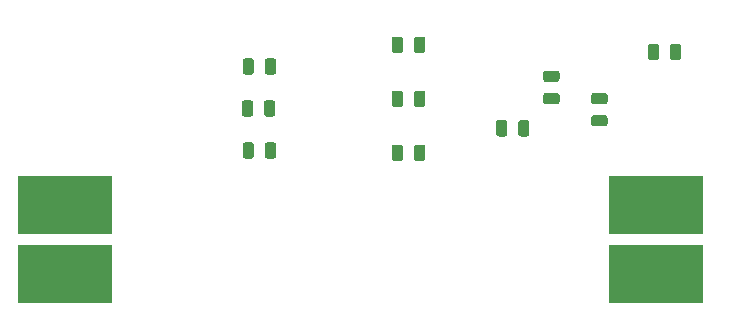
<source format=gbr>
G04 #@! TF.GenerationSoftware,KiCad,Pcbnew,5.1.6-c6e7f7d~87~ubuntu18.04.1*
G04 #@! TF.CreationDate,2020-08-29T18:23:14+01:00*
G04 #@! TF.ProjectId,ossw_lcd,6f737377-5f6c-4636-942e-6b696361645f,1.1*
G04 #@! TF.SameCoordinates,Original*
G04 #@! TF.FileFunction,Paste,Bot*
G04 #@! TF.FilePolarity,Positive*
%FSLAX46Y46*%
G04 Gerber Fmt 4.6, Leading zero omitted, Abs format (unit mm)*
G04 Created by KiCad (PCBNEW 5.1.6-c6e7f7d~87~ubuntu18.04.1) date 2020-08-29 18:23:14*
%MOMM*%
%LPD*%
G01*
G04 APERTURE LIST*
%ADD10R,8.000000X5.000000*%
G04 APERTURE END LIST*
D10*
X187096400Y-99237800D03*
X137058400Y-99237800D03*
X187045600Y-105054400D03*
X137033000Y-105054400D03*
G36*
G01*
X178662650Y-88805600D02*
X177750150Y-88805600D01*
G75*
G02*
X177506400Y-88561850I0J243750D01*
G01*
X177506400Y-88074350D01*
G75*
G02*
X177750150Y-87830600I243750J0D01*
G01*
X178662650Y-87830600D01*
G75*
G02*
X178906400Y-88074350I0J-243750D01*
G01*
X178906400Y-88561850D01*
G75*
G02*
X178662650Y-88805600I-243750J0D01*
G01*
G37*
G36*
G01*
X178662650Y-90680600D02*
X177750150Y-90680600D01*
G75*
G02*
X177506400Y-90436850I0J243750D01*
G01*
X177506400Y-89949350D01*
G75*
G02*
X177750150Y-89705600I243750J0D01*
G01*
X178662650Y-89705600D01*
G75*
G02*
X178906400Y-89949350I0J-243750D01*
G01*
X178906400Y-90436850D01*
G75*
G02*
X178662650Y-90680600I-243750J0D01*
G01*
G37*
G36*
G01*
X173507100Y-93166250D02*
X173507100Y-92253750D01*
G75*
G02*
X173750850Y-92010000I243750J0D01*
G01*
X174238350Y-92010000D01*
G75*
G02*
X174482100Y-92253750I0J-243750D01*
G01*
X174482100Y-93166250D01*
G75*
G02*
X174238350Y-93410000I-243750J0D01*
G01*
X173750850Y-93410000D01*
G75*
G02*
X173507100Y-93166250I0J243750D01*
G01*
G37*
G36*
G01*
X175382100Y-93166250D02*
X175382100Y-92253750D01*
G75*
G02*
X175625850Y-92010000I243750J0D01*
G01*
X176113350Y-92010000D01*
G75*
G02*
X176357100Y-92253750I0J-243750D01*
G01*
X176357100Y-93166250D01*
G75*
G02*
X176113350Y-93410000I-243750J0D01*
G01*
X175625850Y-93410000D01*
G75*
G02*
X175382100Y-93166250I0J243750D01*
G01*
G37*
G36*
G01*
X153866000Y-91489850D02*
X153866000Y-90577350D01*
G75*
G02*
X154109750Y-90333600I243750J0D01*
G01*
X154597250Y-90333600D01*
G75*
G02*
X154841000Y-90577350I0J-243750D01*
G01*
X154841000Y-91489850D01*
G75*
G02*
X154597250Y-91733600I-243750J0D01*
G01*
X154109750Y-91733600D01*
G75*
G02*
X153866000Y-91489850I0J243750D01*
G01*
G37*
G36*
G01*
X151991000Y-91489850D02*
X151991000Y-90577350D01*
G75*
G02*
X152234750Y-90333600I243750J0D01*
G01*
X152722250Y-90333600D01*
G75*
G02*
X152966000Y-90577350I0J-243750D01*
G01*
X152966000Y-91489850D01*
G75*
G02*
X152722250Y-91733600I-243750J0D01*
G01*
X152234750Y-91733600D01*
G75*
G02*
X151991000Y-91489850I0J243750D01*
G01*
G37*
G36*
G01*
X154919500Y-87021350D02*
X154919500Y-87933850D01*
G75*
G02*
X154675750Y-88177600I-243750J0D01*
G01*
X154188250Y-88177600D01*
G75*
G02*
X153944500Y-87933850I0J243750D01*
G01*
X153944500Y-87021350D01*
G75*
G02*
X154188250Y-86777600I243750J0D01*
G01*
X154675750Y-86777600D01*
G75*
G02*
X154919500Y-87021350I0J-243750D01*
G01*
G37*
G36*
G01*
X153044500Y-87021350D02*
X153044500Y-87933850D01*
G75*
G02*
X152800750Y-88177600I-243750J0D01*
G01*
X152313250Y-88177600D01*
G75*
G02*
X152069500Y-87933850I0J243750D01*
G01*
X152069500Y-87021350D01*
G75*
G02*
X152313250Y-86777600I243750J0D01*
G01*
X152800750Y-86777600D01*
G75*
G02*
X153044500Y-87021350I0J-243750D01*
G01*
G37*
G36*
G01*
X152069500Y-95045850D02*
X152069500Y-94133350D01*
G75*
G02*
X152313250Y-93889600I243750J0D01*
G01*
X152800750Y-93889600D01*
G75*
G02*
X153044500Y-94133350I0J-243750D01*
G01*
X153044500Y-95045850D01*
G75*
G02*
X152800750Y-95289600I-243750J0D01*
G01*
X152313250Y-95289600D01*
G75*
G02*
X152069500Y-95045850I0J243750D01*
G01*
G37*
G36*
G01*
X153944500Y-95045850D02*
X153944500Y-94133350D01*
G75*
G02*
X154188250Y-93889600I243750J0D01*
G01*
X154675750Y-93889600D01*
G75*
G02*
X154919500Y-94133350I0J-243750D01*
G01*
X154919500Y-95045850D01*
G75*
G02*
X154675750Y-95289600I-243750J0D01*
G01*
X154188250Y-95289600D01*
G75*
G02*
X153944500Y-95045850I0J243750D01*
G01*
G37*
G36*
G01*
X164691000Y-86105050D02*
X164691000Y-85192550D01*
G75*
G02*
X164934750Y-84948800I243750J0D01*
G01*
X165422250Y-84948800D01*
G75*
G02*
X165666000Y-85192550I0J-243750D01*
G01*
X165666000Y-86105050D01*
G75*
G02*
X165422250Y-86348800I-243750J0D01*
G01*
X164934750Y-86348800D01*
G75*
G02*
X164691000Y-86105050I0J243750D01*
G01*
G37*
G36*
G01*
X166566000Y-86105050D02*
X166566000Y-85192550D01*
G75*
G02*
X166809750Y-84948800I243750J0D01*
G01*
X167297250Y-84948800D01*
G75*
G02*
X167541000Y-85192550I0J-243750D01*
G01*
X167541000Y-86105050D01*
G75*
G02*
X167297250Y-86348800I-243750J0D01*
G01*
X166809750Y-86348800D01*
G75*
G02*
X166566000Y-86105050I0J243750D01*
G01*
G37*
G36*
G01*
X166566000Y-90677050D02*
X166566000Y-89764550D01*
G75*
G02*
X166809750Y-89520800I243750J0D01*
G01*
X167297250Y-89520800D01*
G75*
G02*
X167541000Y-89764550I0J-243750D01*
G01*
X167541000Y-90677050D01*
G75*
G02*
X167297250Y-90920800I-243750J0D01*
G01*
X166809750Y-90920800D01*
G75*
G02*
X166566000Y-90677050I0J243750D01*
G01*
G37*
G36*
G01*
X164691000Y-90677050D02*
X164691000Y-89764550D01*
G75*
G02*
X164934750Y-89520800I243750J0D01*
G01*
X165422250Y-89520800D01*
G75*
G02*
X165666000Y-89764550I0J-243750D01*
G01*
X165666000Y-90677050D01*
G75*
G02*
X165422250Y-90920800I-243750J0D01*
G01*
X164934750Y-90920800D01*
G75*
G02*
X164691000Y-90677050I0J243750D01*
G01*
G37*
G36*
G01*
X164691000Y-95249050D02*
X164691000Y-94336550D01*
G75*
G02*
X164934750Y-94092800I243750J0D01*
G01*
X165422250Y-94092800D01*
G75*
G02*
X165666000Y-94336550I0J-243750D01*
G01*
X165666000Y-95249050D01*
G75*
G02*
X165422250Y-95492800I-243750J0D01*
G01*
X164934750Y-95492800D01*
G75*
G02*
X164691000Y-95249050I0J243750D01*
G01*
G37*
G36*
G01*
X166566000Y-95249050D02*
X166566000Y-94336550D01*
G75*
G02*
X166809750Y-94092800I243750J0D01*
G01*
X167297250Y-94092800D01*
G75*
G02*
X167541000Y-94336550I0J-243750D01*
G01*
X167541000Y-95249050D01*
G75*
G02*
X167297250Y-95492800I-243750J0D01*
G01*
X166809750Y-95492800D01*
G75*
G02*
X166566000Y-95249050I0J243750D01*
G01*
G37*
G36*
G01*
X182726650Y-92560200D02*
X181814150Y-92560200D01*
G75*
G02*
X181570400Y-92316450I0J243750D01*
G01*
X181570400Y-91828950D01*
G75*
G02*
X181814150Y-91585200I243750J0D01*
G01*
X182726650Y-91585200D01*
G75*
G02*
X182970400Y-91828950I0J-243750D01*
G01*
X182970400Y-92316450D01*
G75*
G02*
X182726650Y-92560200I-243750J0D01*
G01*
G37*
G36*
G01*
X182726650Y-90685200D02*
X181814150Y-90685200D01*
G75*
G02*
X181570400Y-90441450I0J243750D01*
G01*
X181570400Y-89953950D01*
G75*
G02*
X181814150Y-89710200I243750J0D01*
G01*
X182726650Y-89710200D01*
G75*
G02*
X182970400Y-89953950I0J-243750D01*
G01*
X182970400Y-90441450D01*
G75*
G02*
X182726650Y-90685200I-243750J0D01*
G01*
G37*
G36*
G01*
X187334500Y-85802150D02*
X187334500Y-86714650D01*
G75*
G02*
X187090750Y-86958400I-243750J0D01*
G01*
X186603250Y-86958400D01*
G75*
G02*
X186359500Y-86714650I0J243750D01*
G01*
X186359500Y-85802150D01*
G75*
G02*
X186603250Y-85558400I243750J0D01*
G01*
X187090750Y-85558400D01*
G75*
G02*
X187334500Y-85802150I0J-243750D01*
G01*
G37*
G36*
G01*
X189209500Y-85802150D02*
X189209500Y-86714650D01*
G75*
G02*
X188965750Y-86958400I-243750J0D01*
G01*
X188478250Y-86958400D01*
G75*
G02*
X188234500Y-86714650I0J243750D01*
G01*
X188234500Y-85802150D01*
G75*
G02*
X188478250Y-85558400I243750J0D01*
G01*
X188965750Y-85558400D01*
G75*
G02*
X189209500Y-85802150I0J-243750D01*
G01*
G37*
M02*

</source>
